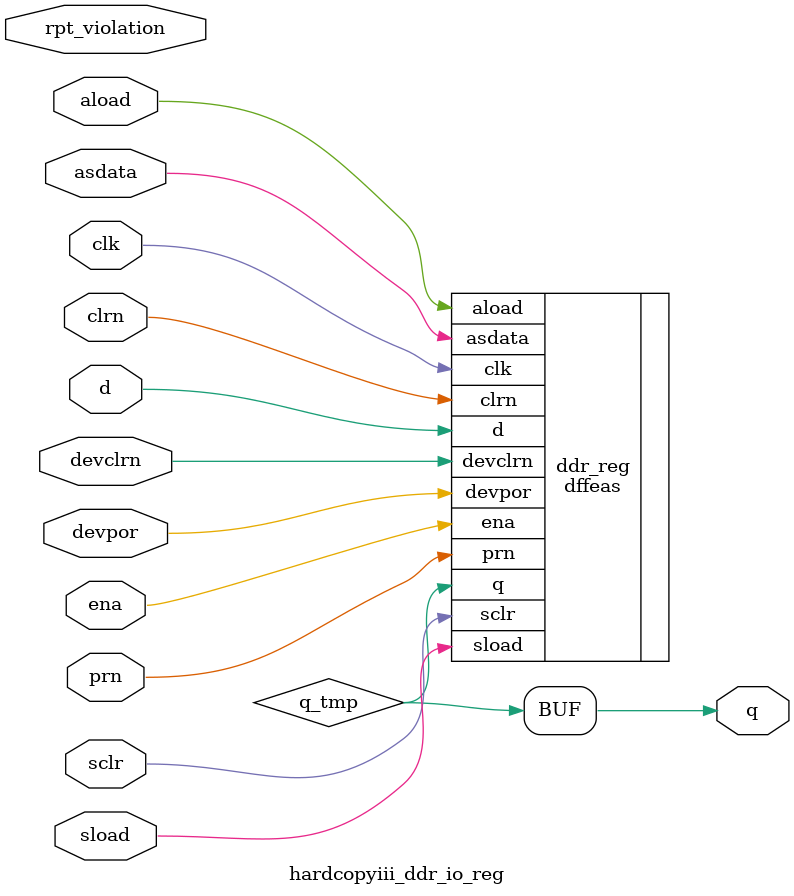
<source format=v>
module hardcopyiii_ddr_io_reg (
        d,
        clk,
        ena,
        clrn,
        prn,
        aload,
        asdata,
        sclr,
        sload,
        devclrn,
        devpor,
        rpt_violation,
        q
);
// GLOBAL PARAMETER DECLARATION
parameter power_up = "DONT_CARE";
parameter is_wysiwyg = "false";
// LOCAL_PARAMETERS_BEGIN
parameter x_on_violation = "on";
// LOCAL_PARAMETERS_END
input d;
input clk;
input ena;
input clrn;
input prn;
input aload;
input asdata;
input sclr;
input sload;
input devclrn;
input devpor;
input rpt_violation;
output q;
wire q_tmp;
wire reset;
reg viol;
wire nosloadsclr;
wire sloaddata;
    assign reset = devpor && devclrn && clrn && ena && rpt_violation;
    assign nosloadsclr = reset && (~sload && ~sclr);
    assign sloaddata = reset && sload;
    assign q = q_tmp;
   dffeas  ddr_reg (
                   .d(d),
                   .clk(clk),
                   .clrn(clrn),
                   .aload(aload),
                   .sclr(sclr),
                   .sload(sload),
                   .asdata(asdata),
                   .ena(ena),
                   .prn(prn),
                   .q(q_tmp),
                   .devpor(devpor),
                   .devclrn(devclrn)
                  );
    defparam ddr_reg.power_up = power_up;
specify
    $setuphold (posedge clk &&& nosloadsclr, d, 0, 0, viol) ;
    $setuphold (posedge clk &&& reset, sclr, 0, 0, viol) ;
    $setuphold (posedge clk &&& reset, sload, 0, 0, viol) ;
    $setuphold (posedge clk &&& sloaddata, asdata, 0, 0, viol) ;
    $setuphold (posedge clk &&& reset, ena, 0, 0, viol) ;
    (posedge clk => (q +: d)) = 0 ;
    (posedge clrn => (q +: 1'b0)) = (0, 0) ;
    (posedge prn => (q +: 1'b1)) = (0, 0) ;
    (posedge aload => (q +: d)) = (0, 0) ;
    (asdata => q) = (0, 0) ;
endspecify
endmodule
</source>
